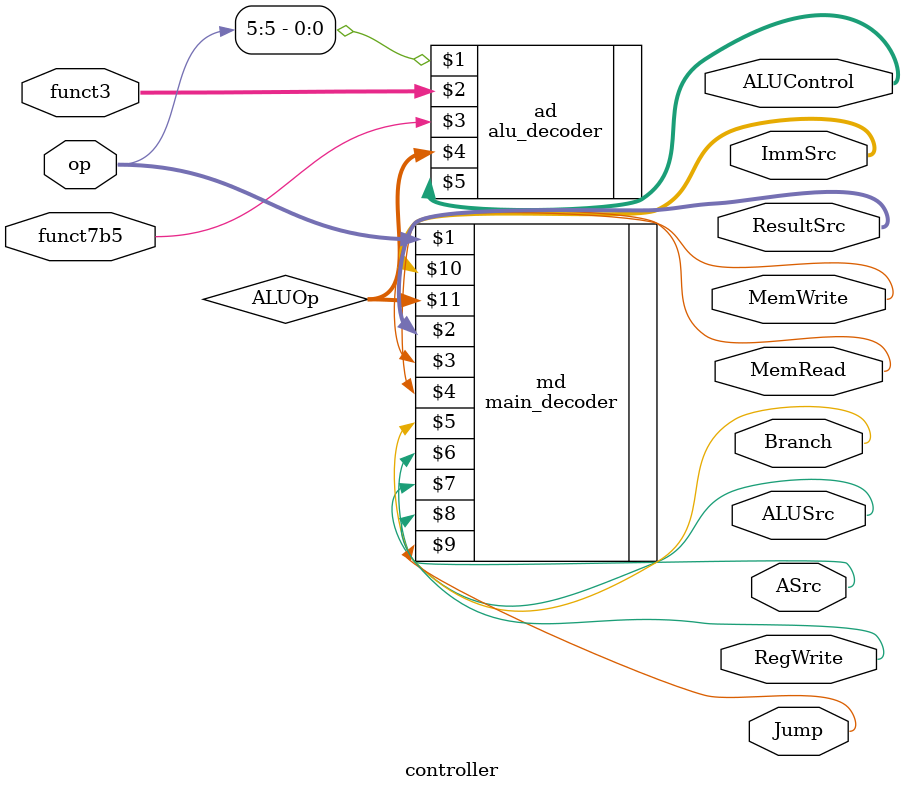
<source format=v>


module controller (
    input [6:0]  op,
    input [2:0]  funct3,
    input        funct7b5,
    output       [1:0] ResultSrc,
    output       MemWrite, MemRead,
    output       Branch , ALUSrc,
    output       ASrc,RegWrite, Jump,
    output [2:0] ImmSrc,
    output [3:0] ALUControl
);

wire [1:0] ALUOp;

main_decoder    md (op, ResultSrc, MemWrite, MemRead, Branch,
                    ALUSrc, ASrc, RegWrite, Jump, ImmSrc, ALUOp);

alu_decoder     ad (op[5], funct3, funct7b5, ALUOp, ALUControl);


endmodule


</source>
